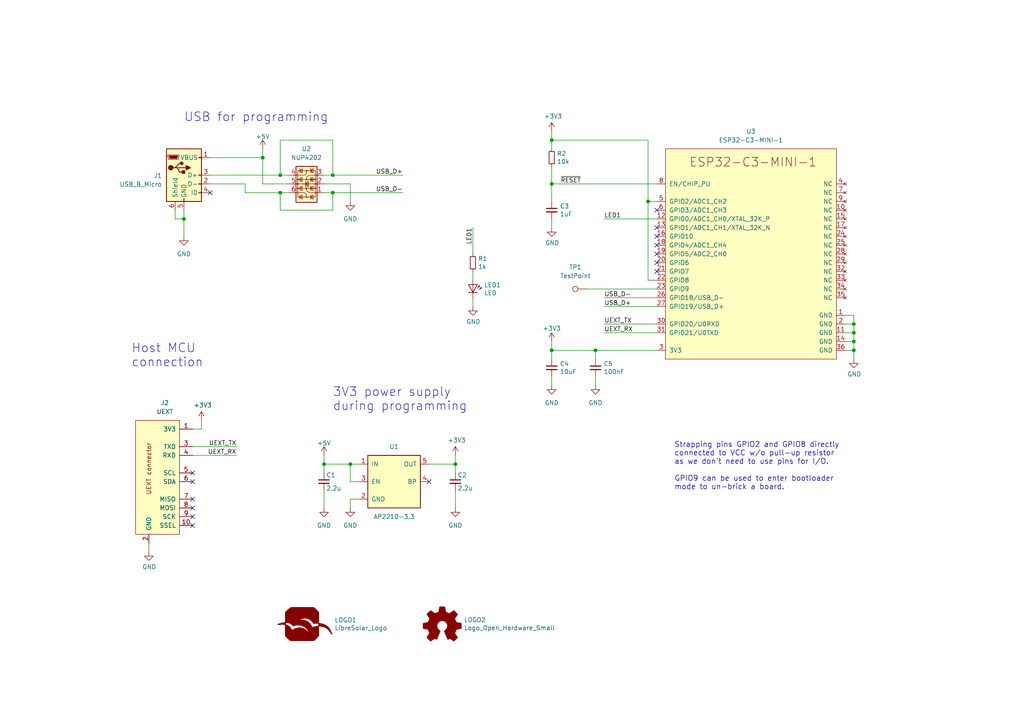
<source format=kicad_sch>
(kicad_sch (version 20211123) (generator eeschema)
  (paper "A4")
  (title_block (title "ESP32-C3 to UEXT Adapter") (date "2023-01-02") (rev "0.1") (company "Libre Solar Technologies GmbH") (comment 1 "Website: https://libre.solar") (comment 2 "Author: Martin Jäger") (comment 3 "License: Creative Commons Attribution-ShareAlike 4.0 International"))
  (lib_symbols
    (symbol "Connector:TestPoint" (pin_numbers hide) (pin_names (offset 0.762) hide)
      (property "Reference" "TP" (at 0 6.858 0))
      (property "Value" "TestPoint" (at 0 5.08 0))
      (symbol "TestPoint_1_1"
        (pin passive line (at 0 0 90) (length 2.54) (name "1") (number "1"))
      )
    )
    (symbol "Connector:USB_B_Micro" (pin_names (offset 1.016))
      (property "Reference" "J" (at -5.08 11.43 0))
      (property "Value" "USB_B_Micro" (at -5.08 8.89 0))
      (symbol "USB_B_Micro_1_1"
        (pin power_out line (at 7.62 5.08 180) (length 2.54) (name "VBUS") (number "1"))
        (pin bidirectional line (at 7.62 -2.54 180) (length 2.54) (name "D-") (number "2"))
        (pin bidirectional line (at 7.62 0 180) (length 2.54) (name "D+") (number "3"))
        (pin passive line (at 7.62 -5.08 180) (length 2.54) (name "ID") (number "4"))
        (pin power_out line (at 0 -10.16 90) (length 2.54) (name "GND") (number "5"))
        (pin passive line (at -2.54 -10.16 90) (length 2.54) (name "Shield") (number "6"))
      )
    )
    (symbol "Espressif:ESP32-C3-MINI-1" (pin_names (offset 1.016))
      (property "Reference" "U" (at 0 33.02 0))
      (property "Value" "ESP32-C3-MINI-1" (at 0 -30.48 0))
      (symbol "ESP32-C3-MINI-1_0_0"
        (text "ESP32-C3-MINI-1" (at 1.27 27.94 0) (effects (font (size 2.54 2.54))))
      )
      (symbol "ESP32-C3-MINI-1_1_1"
        (pin power_in line (at 27.94 -16.51 180) (length 2.54) (name "GND") (number "1"))
        (pin no_connect line (at 27.94 13.97 180) (length 2.54) (name "NC") (number "10"))
        (pin power_in line (at 27.94 -21.59 180) (length 2.54) (name "GND") (number "11"))
        (pin bidirectional line (at -26.67 11.43 0) (length 2.54) (name "GPIO0/ADC1_CH0/XTAL_32K_P") (number "12"))
        (pin bidirectional line (at -26.67 8.89 0) (length 2.54) (name "GPIO1/ADC1_CH1/XTAL_32K_N") (number "13"))
        (pin power_in line (at 27.94 -24.13 180) (length 2.54) (name "GND") (number "14"))
        (pin no_connect line (at 27.94 11.43 180) (length 2.54) (name "NC") (number "15"))
        (pin bidirectional line (at -26.67 6.35 0) (length 2.54) (name "GPIO10") (number "16"))
        (pin no_connect line (at 27.94 8.89 180) (length 2.54) (name "NC") (number "17"))
        (pin bidirectional line (at -26.67 3.81 0) (length 2.54) (name "GPIO4/ADC1_CH4") (number "18"))
        (pin bidirectional line (at -26.67 1.27 0) (length 2.54) (name "GPIO5/ADC2_CH0") (number "19"))
        (pin power_in line (at 27.94 -19.05 180) (length 2.54) (name "GND") (number "2"))
        (pin bidirectional line (at -26.67 -1.27 0) (length 2.54) (name "GPIO6") (number "20"))
        (pin bidirectional line (at -26.67 -3.81 0) (length 2.54) (name "GPIO7") (number "21"))
        (pin bidirectional line (at -26.67 -6.35 0) (length 2.54) (name "GPIO8") (number "22"))
        (pin bidirectional line (at -26.67 -8.89 0) (length 2.54) (name "GPIO9") (number "23"))
        (pin no_connect line (at 27.94 6.35 180) (length 2.54) (name "NC") (number "24"))
        (pin no_connect line (at 27.94 3.81 180) (length 2.54) (name "NC") (number "25"))
        (pin bidirectional line (at -26.67 -11.43 0) (length 2.54) (name "GPIO18/USB_D-") (number "26"))
        (pin bidirectional line (at -26.67 -13.97 0) (length 2.54) (name "GPIO19/USB_D+") (number "27"))
        (pin no_connect line (at 27.94 1.27 180) (length 2.54) (name "NC") (number "28"))
        (pin no_connect line (at 27.94 -1.27 180) (length 2.54) (name "NC") (number "29"))
        (pin power_in line (at -26.67 -26.67 0) (length 2.54) (name "3V3") (number "3"))
        (pin bidirectional line (at -26.67 -19.05 0) (length 2.54) (name "GPIO20/U0RXD") (number "30"))
        (pin bidirectional line (at -26.67 -21.59 0) (length 2.54) (name "GPIO21/U0TXD") (number "31"))
        (pin no_connect line (at 27.94 -3.81 180) (length 2.54) (name "NC") (number "32"))
        (pin no_connect line (at 27.94 -6.35 180) (length 2.54) (name "NC") (number "33"))
        (pin no_connect line (at 27.94 -8.89 180) (length 2.54) (name "NC") (number "34"))
        (pin no_connect line (at 27.94 -11.43 180) (length 2.54) (name "NC") (number "35"))
        (pin power_in line (at 27.94 -26.67 180) (length 2.54) (name "GND") (number "36"))
        (pin no_connect line (at 27.94 21.59 180) (length 2.54) (name "NC") (number "4"))
        (pin bidirectional line (at -26.67 16.51 0) (length 2.54) (name "GPIO2/ADC1_CH2") (number "5"))
        (pin bidirectional line (at -26.67 13.97 0) (length 2.54) (name "GPIO3/ADC1_CH3") (number "6"))
        (pin no_connect line (at 27.94 19.05 180) (length 2.54) (name "NC") (number "7"))
        (pin input line (at -26.67 21.59 0) (length 2.54) (name "EN/CHIP_PU") (number "8"))
        (pin no_connect line (at 27.94 16.51 180) (length 2.54) (name "NC") (number "9"))
      )
    )
    (symbol "Graphic:Logo_Open_Hardware_Small" (pin_names (offset 1.016)))
    (symbol "LibreSolar:AP2210-3.3" (pin_names (offset 1.016))
      (property "Reference" "U" (at 0 8.89 0))
      (property "Value" "AP2210-3.3" (at 0 -8.89 0))
      (property "Datasheet" "http://www.diodes.com/_files/datasheets/AP131.pdf" (at 0 0 0))
      (symbol "AP2210-3.3_1_1"
        (pin power_in line (at -10.16 5.08 0) (length 2.54) (name "IN") (number "1"))
        (pin power_in line (at -10.16 -5.08 0) (length 2.54) (name "GND") (number "2"))
        (pin input line (at -10.16 0 0) (length 2.54) (name "EN") (number "3"))
        (pin input line (at 10.16 0 180) (length 2.54) (name "BP") (number "4"))
        (pin power_out line (at 10.16 5.08 180) (length 2.54) (name "OUT") (number "5"))
      )
    )
    (symbol "LibreSolar:LED" (pin_numbers hide) (pin_names (offset 1.016) hide)
      (property "Reference" "D" (at 3.175 1.27 0))
      (property "Value" "LED" (at 3.175 -1.27 0))
      (symbol "LED_1_1"
        (pin passive line (at 0 -2.54 90) (length 1.27) (name "K") (number "1"))
        (pin passive line (at 0 2.54 270) (length 1.27) (name "A") (number "2"))
      )
    )
    (symbol "LibreSolar:R" (pin_numbers hide) (pin_names (offset 0.254) hide)
      (property "Reference" "R" (at -1.905 0 90))
      (property "Value" "R" (at 1.905 0 90))
      (symbol "R_1_1"
        (pin passive line (at 0 2.54 270) (length 0.762) (name "~") (number "1"))
        (pin passive line (at 0 -2.54 90) (length 0.762) (name "~") (number "2"))
      )
    )
    (symbol "LibreSolar:UEXT" (pin_names (offset 1.016))
      (property "Reference" "J" (at -6.35 19.05 0))
      (property "Value" "UEXT" (at 6.35 19.05 0))
      (symbol "UEXT_0_0"
        (text "UEXT connector" (at -2.54 3.81 900) (effects (font (size 1.27 1.27))))
        (pin passive line (at 10.16 7.62 180) (length 3.81) (name "RXD") (number "4"))
      )
      (symbol "UEXT_1_1"
        (pin passive line (at 10.16 15.24 180) (length 3.81) (name "3V3") (number "1"))
        (pin passive line (at 10.16 -12.7 180) (length 3.81) (name "SSEL") (number "10"))
        (pin passive line (at -2.54 -17.78 90) (length 2.54) (name "GND") (number "2"))
        (pin passive line (at 10.16 10.16 180) (length 3.81) (name "TXD") (number "3"))
        (pin passive line (at 10.16 2.54 180) (length 3.81) (name "SCL") (number "5"))
        (pin passive line (at 10.16 0 180) (length 3.81) (name "SDA") (number "6"))
        (pin passive line (at 10.16 -5.08 180) (length 3.81) (name "MISO") (number "7"))
        (pin passive line (at 10.16 -7.62 180) (length 3.81) (name "MOSI") (number "8"))
        (pin passive line (at 10.16 -10.16 180) (length 3.81) (name "SCK") (number "9"))
      )
    )
    (symbol "Power_Protection:NUP4202"
      (property "Reference" "U" (at -6.985 -2.54 0))
      (property "Value" "NUP4202" (at 6.35 1.27 90))
      (symbol "NUP4202_1_1"
        (pin passive line (at -2.54 -5.08 90) (length 2.54) (name "~") (number "1"))
        (pin passive line (at 0 -5.08 90) (length 2.54) (name "~") (number "2"))
        (pin passive line (at 2.54 -5.08 90) (length 2.54) (name "~") (number "3"))
        (pin passive line (at 2.54 5.08 270) (length 2.54) (name "~") (number "4"))
        (pin passive line (at 0 5.08 270) (length 2.54) (name "~") (number "5"))
        (pin passive line (at -2.54 5.08 270) (length 2.54) (name "~") (number "6"))
      )
    )
    (symbol "Project:C" (pin_numbers hide) (pin_names (offset 0.254) hide)
      (property "Reference" "C" (at 0.635 1.905 0))
      (property "Value" "C" (at 0.635 -1.905 0))
      (symbol "C_1_1"
        (pin passive line (at 0 2.54 270) (length 1.905) (name "~") (number "1"))
        (pin passive line (at 0 -2.54 90) (length 2.032) (name "~") (number "2"))
      )
    )
    (symbol "Project:LibreSolar_Logo" (pin_numbers hide) (pin_names (offset 1.016) hide)
      (property "Reference" "LOGO" (at 0 6.985 0))
      (property "Value" "LibreSolar_Logo" (at 0 -5.715 0))
    )
    (symbol "power:+3V3" (power) (pin_names (offset 0))
      (property "Value" "+3V3" (at 0 3.556 0))
      (symbol "+3V3_1_1"
        (pin power_in line (at 0 0 90) (length 0) hide (name "+3V3") (number "1"))
      )
    )
    (symbol "power:+5V" (power) (pin_names (offset 0))
      (property "Value" "+5V" (at 0 3.556 0))
      (symbol "+5V_1_1"
        (pin power_in line (at 0 0 90) (length 0) hide (name "+5V") (number "1"))
      )
    )
    (symbol "power:GND" (power) (pin_names (offset 0))
      (property "Value" "GND" (at 0 -3.81 0))
      (symbol "GND_1_1"
        (pin power_in line (at 0 0 270) (length 0) hide (name "GND") (number "1"))
      )
    )
  )
  (junction (at 247.65 99.06))
  (junction (at 81.28 50.8))
  (junction (at 187.96 58.42))
  (junction (at 96.52 50.8))
  (junction (at 247.65 93.98))
  (junction (at 172.72 101.6))
  (junction (at 53.34 63.5) (diameter 0.9144))
  (junction (at 160.02 101.6))
  (junction (at 81.28 55.88))
  (junction (at 101.6 134.62))
  (junction (at 160.02 53.34))
  (junction (at 96.52 55.88))
  (junction (at 247.65 101.6))
  (junction (at 76.2 45.72))
  (junction (at 160.02 40.64))
  (junction (at 247.65 96.52))
  (junction (at 93.98 134.62))
  (junction (at 132.08 134.62))
  (no_connect (at 60.96 55.88))
  (no_connect (at 190.5 76.2))
  (no_connect (at 190.5 68.58))
  (no_connect (at 55.88 137.16))
  (no_connect (at 55.88 147.32))
  (no_connect (at 190.5 66.04))
  (no_connect (at 55.88 144.78))
  (no_connect (at 124.46 139.7))
  (no_connect (at 55.88 139.7))
  (no_connect (at 190.5 73.66))
  (no_connect (at 190.5 71.12))
  (no_connect (at 55.88 149.86))
  (no_connect (at 190.5 60.96))
  (no_connect (at 55.88 152.4))
  (no_connect (at 190.5 78.74))
  (wire (pts (xy 76.2 53.34) (xy 76.2 45.72)))
  (wire (pts (xy 83.82 53.34) (xy 76.2 53.34)))
  (wire (pts (xy 50.8 60.96) (xy 50.8 63.5)))
  (wire (pts (xy 137.16 86.36) (xy 137.16 88.9)))
  (wire (pts (xy 81.28 50.8) (xy 81.28 40.64)))
  (wire (pts (xy 93.98 142.24) (xy 93.98 147.32)))
  (wire (pts (xy 170.18 83.82) (xy 190.5 83.82)))
  (wire (pts (xy 53.34 60.96) (xy 53.34 63.5)))
  (wire (pts (xy 245.11 96.52) (xy 247.65 96.52)))
  (wire (pts (xy 93.98 55.88) (xy 96.52 55.88)))
  (wire (pts (xy 96.52 50.8) (xy 116.84 50.8)))
  (wire (pts (xy 124.46 134.62) (xy 132.08 134.62)))
  (wire (pts (xy 160.02 48.26) (xy 160.02 53.34)))
  (wire (pts (xy 132.08 134.62) (xy 132.08 137.16)))
  (wire (pts (xy 247.65 91.44) (xy 247.65 93.98)))
  (wire (pts (xy 160.02 38.1) (xy 160.02 40.64)))
  (wire (pts (xy 81.28 55.88) (xy 81.28 60.96)))
  (wire (pts (xy 81.28 40.64) (xy 96.52 40.64)))
  (wire (pts (xy 160.02 63.5) (xy 160.02 66.04)))
  (wire (pts (xy 55.88 124.46) (xy 58.42 124.46)))
  (wire (pts (xy 247.65 93.98) (xy 247.65 96.52)))
  (wire (pts (xy 160.02 101.6) (xy 172.72 101.6)))
  (wire (pts (xy 245.11 91.44) (xy 247.65 91.44)))
  (wire (pts (xy 60.96 50.8) (xy 81.28 50.8)))
  (wire (pts (xy 101.6 147.32) (xy 101.6 144.78)))
  (wire (pts (xy 101.6 144.78) (xy 104.14 144.78)))
  (wire (pts (xy 93.98 132.08) (xy 93.98 134.62)))
  (wire (pts (xy 93.98 134.62) (xy 93.98 137.16)))
  (wire (pts (xy 53.34 63.5) (xy 53.34 68.58)))
  (wire (pts (xy 190.5 58.42) (xy 187.96 58.42)))
  (wire (pts (xy 175.26 96.52) (xy 190.5 96.52)))
  (wire (pts (xy 245.11 99.06) (xy 247.65 99.06)))
  (wire (pts (xy 175.26 63.5) (xy 190.5 63.5)))
  (wire (pts (xy 53.34 63.5) (xy 50.8 63.5)))
  (wire (pts (xy 83.82 55.88) (xy 81.28 55.88)))
  (wire (pts (xy 55.88 129.54) (xy 68.58 129.54)))
  (wire (pts (xy 160.02 104.14) (xy 160.02 101.6)))
  (wire (pts (xy 187.96 40.64) (xy 160.02 40.64)))
  (wire (pts (xy 247.65 99.06) (xy 247.65 101.6)))
  (wire (pts (xy 71.12 53.34) (xy 60.96 53.34)))
  (wire (pts (xy 187.96 58.42) (xy 187.96 40.64)))
  (wire (pts (xy 245.11 93.98) (xy 247.65 93.98)))
  (wire (pts (xy 76.2 45.72) (xy 60.96 45.72)))
  (wire (pts (xy 160.02 40.64) (xy 160.02 43.18)))
  (wire (pts (xy 58.42 124.46) (xy 58.42 121.92)))
  (wire (pts (xy 190.5 81.28) (xy 187.96 81.28)))
  (wire (pts (xy 160.02 99.06) (xy 160.02 101.6)))
  (wire (pts (xy 93.98 53.34) (xy 101.6 53.34)))
  (wire (pts (xy 101.6 53.34) (xy 101.6 58.42)))
  (wire (pts (xy 132.08 132.08) (xy 132.08 134.62)))
  (wire (pts (xy 101.6 134.62) (xy 101.6 139.7)))
  (wire (pts (xy 55.88 132.08) (xy 68.58 132.08)))
  (wire (pts (xy 172.72 101.6) (xy 172.72 104.14)))
  (wire (pts (xy 81.28 60.96) (xy 96.52 60.96)))
  (wire (pts (xy 96.52 55.88) (xy 116.84 55.88)))
  (wire (pts (xy 247.65 96.52) (xy 247.65 99.06)))
  (wire (pts (xy 96.52 40.64) (xy 96.52 50.8)))
  (wire (pts (xy 175.26 88.9) (xy 190.5 88.9)))
  (wire (pts (xy 81.28 50.8) (xy 83.82 50.8)))
  (wire (pts (xy 96.52 50.8) (xy 93.98 50.8)))
  (wire (pts (xy 71.12 55.88) (xy 71.12 53.34)))
  (wire (pts (xy 175.26 86.36) (xy 190.5 86.36)))
  (wire (pts (xy 160.02 53.34) (xy 160.02 58.42)))
  (wire (pts (xy 104.14 139.7) (xy 101.6 139.7)))
  (wire (pts (xy 101.6 134.62) (xy 104.14 134.62)))
  (wire (pts (xy 187.96 81.28) (xy 187.96 58.42)))
  (wire (pts (xy 132.08 142.24) (xy 132.08 147.32)))
  (wire (pts (xy 93.98 134.62) (xy 101.6 134.62)))
  (wire (pts (xy 160.02 53.34) (xy 190.5 53.34)))
  (wire (pts (xy 245.11 101.6) (xy 247.65 101.6)))
  (wire (pts (xy 137.16 73.66) (xy 137.16 66.04)))
  (wire (pts (xy 175.26 93.98) (xy 190.5 93.98)))
  (wire (pts (xy 137.16 78.74) (xy 137.16 81.28)))
  (wire (pts (xy 81.28 55.88) (xy 71.12 55.88)))
  (wire (pts (xy 43.18 157.48) (xy 43.18 160.02)))
  (wire (pts (xy 247.65 101.6) (xy 247.65 104.14)))
  (wire (pts (xy 76.2 43.18) (xy 76.2 45.72)))
  (wire (pts (xy 96.52 60.96) (xy 96.52 55.88)))
  (wire (pts (xy 172.72 101.6) (xy 190.5 101.6)))
  (wire (pts (xy 160.02 109.22) (xy 160.02 111.76)))
  (wire (pts (xy 172.72 109.22) (xy 172.72 111.76)))
  (text "3V3 power supply\nduring programming" (at 96.52 119.38 0) (effects (font (size 2.54 2.54)) (justify left bottom)))
  (text "Host MCU\nconnection" (at 38.1 106.68 0) (effects (font (size 2.54 2.54)) (justify left bottom)))
  (text "USB for programming" (at 53.34 35.56 0) (effects (font (size 2.54 2.54)) (justify left bottom)))
  (text "Strapping pins GPIO2 and GPIO8 directly\nconnected to VCC w/o pull-up resistor\nas we don't need to use pins for I/O.\n\nGPIO9 can be used to enter bootloader\nmode to un-brick a board." (at 195.58 142.24 0) (effects (font (size 1.524 1.524)) (justify left bottom)))
  (label "UEXT_RX" (at 175.26 96.52 0))
  (label "USB_D-" (at 116.84 55.88 180))
  (label "USB_D-" (at 175.26 86.36 0))
  (label "UEXT_TX" (at 175.26 93.98 0))
  (label "USB_D+" (at 116.84 50.8 180))
  (label "UEXT_RX" (at 68.58 132.08 180))
  (label "~{RESET}" (at 162.56 53.34 0))
  (label "USB_D+" (at 175.26 88.9 0))
  (label "LED1" (at 175.26 63.5 0))
  (label "UEXT_TX" (at 68.58 129.54 180))
  (label "LED1" (at 137.16 66.04 270))
  (symbol (lib_id "Project:C") (at 160.02 106.68 0) (unit 1)
    (property "Reference" "C4" (at 162.3568 105.5116 0) (effects (justify left)))
    (property "Value" "10uF" (at 162.3568 107.823 0) (effects (justify left)))
    (property "Footprint" "LibreSolar:C_0805_2012" (effects hide))
    (property "Manufacturer" "any" (effects hide))
    (property "Remarks" "10V, X5R" (effects hide))
  )
  (symbol (lib_id "power:GND") (at 247.65 104.14 0) (unit 1)
    (property "Reference" "#PWR019" (effects hide))
    (property "Value" "GND" (at 247.777 108.5342 0))
  )
  (symbol (lib_id "Project:LibreSolar_Logo") (at 87.63 181.61 0) (unit 1)
    (property "Reference" "LOGO1" (at 97.028 179.832 0) (effects (justify left)))
    (property "Value" "LibreSolar_Logo" (at 97.028 182.1434 0) (effects (justify left)))
    (property "Footprint" "LibreSolar:LIBRESOLAR_LOGO" (effects hide))
  )
  (symbol (lib_id "Graphic:Logo_Open_Hardware_Small") (at 128.27 181.61 0) (unit 1)
    (property "Reference" "LOGO2" (at 134.5438 179.8066 0) (effects (justify left)))
    (property "Value" "Logo_Open_Hardware_Small" (at 134.5438 182.118 0) (effects (justify left)))
    (property "Footprint" "Symbol:OSHW-Logo_5.7x6mm_SilkScreen" (effects hide))
  )
  (symbol (lib_id "LibreSolar:LED") (at 137.16 83.82 0) (unit 1)
    (property "Reference" "LED1" (at 140.4112 82.6516 0) (effects (justify left)))
    (property "Value" "LED" (at 140.4112 84.963 0) (effects (justify left)))
    (property "Footprint" "LED_SMD:LED_0603_1608Metric" (effects hide))
    (property "Manufacturer" "any" (effects hide))
    (property "PartNumber" "red" (effects hide))
  )
  (symbol (lib_id "LibreSolar:R") (at 137.16 76.2 0) (unit 1)
    (property "Reference" "R1" (at 138.6586 75.0316 0) (effects (justify left)))
    (property "Value" "1k" (at 138.6586 77.343 0) (effects (justify left)))
    (property "Footprint" "LibreSolar:R_0603_1608" (effects hide))
    (property "Manufacturer" "any" (effects hide))
  )
  (symbol (lib_id "power:GND") (at 137.16 88.9 0) (unit 1)
    (property "Reference" "#PWR011" (effects hide))
    (property "Value" "GND" (at 137.287 93.2942 0))
  )
  (symbol (lib_id "Project:C") (at 160.02 60.96 0) (unit 1)
    (property "Reference" "C3" (at 162.3568 59.7916 0) (effects (justify left)))
    (property "Value" "1uF" (at 162.3568 62.103 0) (effects (justify left)))
    (property "Footprint" "LibreSolar:C_0603_1608" (effects hide))
    (property "Manufacturer" "any" (effects hide))
    (property "Remarks" "10V, X5R" (effects hide))
  )
  (symbol (lib_id "LibreSolar:R") (at 160.02 45.72 0) (unit 1)
    (property "Reference" "R2" (at 161.5186 44.5516 0) (effects (justify left)))
    (property "Value" "10k" (at 161.5186 46.863 0) (effects (justify left)))
    (property "Footprint" "LibreSolar:R_0603_1608" (effects hide))
    (property "Manufacturer" "any" (effects hide))
  )
  (symbol (lib_id "power:GND") (at 160.02 66.04 0) (unit 1)
    (property "Reference" "#PWR013" (effects hide))
    (property "Value" "GND" (at 160.147 70.4342 0))
  )
  (symbol (lib_id "power:+3V3") (at 160.02 38.1 0) (unit 1)
    (property "Reference" "#PWR012" (effects hide))
    (property "Value" "+3V3" (at 160.401 33.7058 0))
  )
  (symbol (lib_id "Project:C") (at 172.72 106.68 0) (unit 1)
    (property "Reference" "C5" (at 175.0568 105.5116 0) (effects (justify left)))
    (property "Value" "100nF" (at 175.0568 107.823 0) (effects (justify left)))
    (property "Footprint" "LibreSolar:C_0603_1608" (effects hide))
    (property "Remarks" "50V, X7R" (effects hide))
    (property "Manufacturer" "any" (effects hide))
  )
  (symbol (lib_id "power:+5V") (at 76.2 43.18 0) (unit 1)
    (property "Reference" "#PWR07" (effects hide))
    (property "Value" "+5V" (at 76.2 39.624 0))
  )
  (symbol (lib_id "power:+3V3") (at 58.42 121.92 0) (unit 1)
    (property "Reference" "#PWR09" (effects hide))
    (property "Value" "+3V3" (at 58.801 117.5258 0))
  )
  (symbol (lib_id "power:GND") (at 132.08 147.32 0) (unit 1)
    (property "Reference" "#PWR06" (effects hide))
    (property "Value" "GND" (at 132.08 152.4 0))
  )
  (symbol (lib_id "Connector:USB_B_Micro") (at 53.34 50.8 0) (unit 1)
    (property "Reference" "J1" (at 46.99 50.9269 0) (effects (justify right)))
    (property "Value" "USB_B_Micro" (at 46.99 53.4669 0) (effects (justify right)))
    (property "Footprint" "LibreSolar:USB_Micro-B_10103594-0001LF" (effects hide))
    (property "Manufacturer" "Amphenol FCI" (effects hide))
    (property "PartNumber" "10103594-0001LF" (effects hide))
  )
  (symbol (lib_id "power:+3V3") (at 160.02 99.06 0) (unit 1)
    (property "Reference" "#PWR014" (effects hide))
    (property "Value" "+3V3" (at 160.02 95.25 0))
  )
  (symbol (lib_id "Connector:TestPoint") (at 170.18 83.82 90) (unit 1)
    (property "Reference" "TP1" (at 166.878 77.47 90))
    (property "Value" "TestPoint" (at 166.878 80.01 90))
    (property "Footprint" "TestPoint:TestPoint_Pad_D1.0mm" (effects hide))
  )
  (symbol (lib_id "Project:C") (at 132.08 139.7 0) (unit 1)
    (property "Reference" "C2" (at 132.715 137.795 0) (effects (justify left)))
    (property "Value" "2.2u" (at 132.715 141.605 0) (effects (justify left)))
    (property "Footprint" "LibreSolar:C_0603_1608" (effects hide))
    (property "Manufacturer" "any" (effects hide))
    (property "Remarks" "10V, X5R" (effects hide))
  )
  (symbol (lib_id "power:GND") (at 101.6 147.32 0) (unit 1)
    (property "Reference" "#PWR03" (effects hide))
    (property "Value" "GND" (at 101.6 152.4 0))
  )
  (symbol (lib_id "power:GND") (at 43.18 160.02 0) (unit 1)
    (property "Reference" "#PWR08" (effects hide))
    (property "Value" "GND" (at 43.307 164.4142 0))
  )
  (symbol (lib_id "power:+3V3") (at 132.08 132.08 0) (unit 1)
    (property "Reference" "#PWR05" (effects hide))
    (property "Value" "+3V3" (at 132.461 127.6858 0))
  )
  (symbol (lib_id "LibreSolar:UEXT") (at 45.72 139.7 0) (unit 1)
    (property "Reference" "J2" (at 47.8155 116.84 0))
    (property "Value" "UEXT" (at 47.8155 119.38 0))
    (property "Footprint" "Connector_PinSocket_2.54mm:PinSocket_2x05_P2.54mm_Vertical" (effects hide))
    (property "Manufacturer" "any" (effects hide))
  )
  (symbol (lib_id "Espressif:ESP32-C3-MINI-1") (at 217.17 74.93 0) (unit 1)
    (property "Reference" "U3" (at 217.805 38.1 0))
    (property "Value" "ESP32-C3-MINI-1" (at 217.805 40.64 0))
    (property "Footprint" "Espressif:ESP32-C3-MINI-1" (effects hide))
    (property "Datasheet" "https://www.espressif.com/sites/default/files/documentation/esp32-c3-mini-1_datasheet_en.pdf" (effects hide))
    (property "Manufacturer" "Espressif" (effects hide))
    (property "PartNumber" "ESP32-C3-MINI-1-N4" (effects hide))
  )
  (symbol (lib_id "power:GND") (at 101.6 58.42 0) (mirror y) (unit 1)
    (property "Reference" "#PWR010" (effects hide))
    (property "Value" "GND" (at 101.6 63.5 0))
  )
  (symbol (lib_id "power:GND") (at 93.98 147.32 0) (unit 1)
    (property "Reference" "#PWR02" (effects hide))
    (property "Value" "GND" (at 93.98 152.4 0))
  )
  (symbol (lib_id "power:+5V") (at 93.98 132.08 0) (unit 1)
    (property "Reference" "#PWR01" (effects hide))
    (property "Value" "+5V" (at 93.98 128.524 0))
  )
  (symbol (lib_id "power:GND") (at 160.02 111.76 0) (unit 1)
    (property "Reference" "#PWR015" (effects hide))
    (property "Value" "GND" (at 160.02 116.84 0))
  )
  (symbol (lib_id "LibreSolar:AP2210-3.3") (at 114.3 139.7 0) (unit 1)
    (property "Reference" "U1" (at 114.3 129.54 0))
    (property "Value" "AP2210-3.3" (at 114.3 149.86 0))
    (property "Footprint" "Package_TO_SOT_SMD:SOT-23-5" (effects hide))
    (property "Manufacturer" "Diodes Inc." (effects hide))
    (property "PartNumber" "AP2210K-3.3TRG1" (effects hide))
    (property "Remarks" "Alternative: MIC5225" (effects hide))
  )
  (symbol (lib_id "power:GND") (at 53.34 68.58 0) (mirror y) (unit 1)
    (property "Reference" "#PWR04" (effects hide))
    (property "Value" "GND" (at 53.34 73.66 0))
  )
  (symbol (lib_id "Power_Protection:NUP4202") (at 88.9 53.34 90) (unit 1)
    (property "Reference" "U2" (at 88.9 43.18 90))
    (property "Value" "NUP4202" (at 88.9 45.72 90))
    (property "Footprint" "Package_TO_SOT_SMD:SOT-363_SC-70-6" (effects hide))
    (property "Datasheet" "http://www.onsemi.com/pub_link/Collateral/NUP4202W1-D.PDF" (effects hide))
    (property "Manufacturer" "On Semi" (effects hide))
    (property "PartNumber" "NUP4202W1T2G" (effects hide))
    (property "DNM" "Würth 82400274" (effects hide))
    (property "Remarks" "Alternatives: Würth 82400274, Diodes D1213A-04S" (effects hide))
  )
  (symbol (lib_id "Project:C") (at 93.98 139.7 0) (unit 1)
    (property "Reference" "C1" (at 94.615 137.795 0) (effects (justify left)))
    (property "Value" "2.2u" (at 94.615 141.605 0) (effects (justify left)))
    (property "Footprint" "LibreSolar:C_0603_1608" (effects hide))
    (property "Manufacturer" "any" (effects hide))
    (property "Remarks" "10V, X5R" (effects hide))
  )
  (symbol (lib_id "power:GND") (at 172.72 111.76 0) (unit 1)
    (property "Reference" "#PWR016" (effects hide))
    (property "Value" "GND" (at 172.72 116.84 0))
  )
)
</source>
